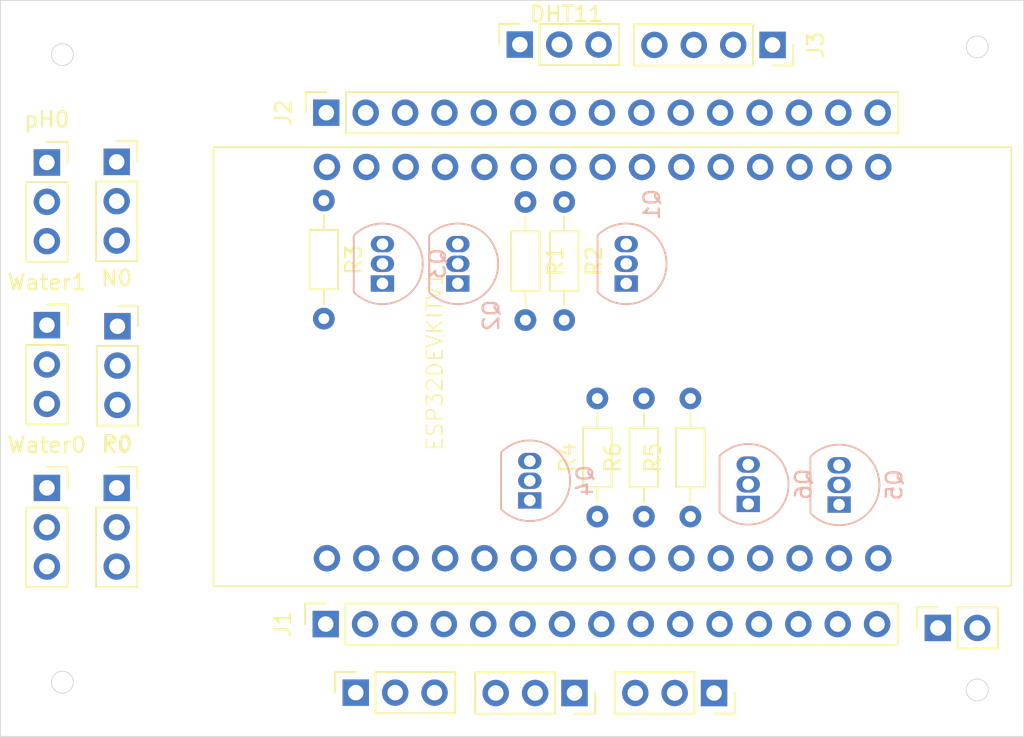
<source format=kicad_pcb>
(kicad_pcb (version 20240108) (generator "pcbnew") (generator_version "8.0")
  (layers (0 "F.Cu" signal) (31 "B.Cu" signal) (34 "B.Paste" user) (35 "F.Paste" user) (36 "B.SilkS" user "B.Silkscreen") (37 "F.SilkS" user "F.Silkscreen") (38 "B.Mask" user) (39 "F.Mask" user) (44 "Edge.Cuts" user))
  (net 0 "")
  (net 1 "DHT")
  (net 2 "GND")
  (net 3 "3V")
  (net 4 "D_14")
  (net 5 "D_21")
  (net 6 "ESP_RELAY_pH")
  (net 7 "TX_0")
  (net 8 "RX_0")
  (net 9 "ESP_RELAY_P")
  (net 10 "D_13")
  (net 11 "EN_0")
  (net 12 "D_12")
  (net 13 "D_15")
  (net 14 "GAS")
  (net 15 "D_2")
  (net 16 "D_4")
  (net 17 "VN_0")
  (net 18 "D_33")
  (net 19 "RAIN")
  (net 20 "ESP_RELAY_K")
  (net 21 "SOIL")
  (net 22 "5V")
  (net 23 "ESP_RELAY_W1")
  (net 24 "D_22")
  (net 25 "VP_0")
  (net 26 "ESP_RELAY_N")
  (net 27 "RX2")
  (net 28 "ESP_RELAY_W0")
  (net 29 "TX2")
  (net 30 "Net-(K0-Pin_3)")
  (net 31 "Net-(N0-Pin_3)")
  (net 32 "Net-(P0-Pin_3)")
  (net 33 "Net-(Q4-E)")
  (net 34 "Net-(Q1-B)")
  (net 35 "Net-(Q2-B)")
  (net 36 "Net-(Q3-B)")
  (net 37 "Net-(Q4-B)")
  (net 38 "Net-(Q5-B)")
  (net 39 "Net-(Q5-E)")
  (net 40 "Net-(Q6-E)")
  (net 41 "Net-(Q6-B)")
  (footprint "Connector_PinSocket_2.54mm:PinSocket_1x15_P2.54mm_Vertical" (layer "F.Cu") (at 82.98 131.25 90)
    (property "Reference" "J1" (at 0 -2.77 270) (layer "F.SilkS"))
    (property "Value" "Conn_01x15_Pin" (hide yes))
    (fp_line (start 1.33 -1.33) (end 1.33 0) (stroke (width 0.12)) (layer "F.SilkS"))
    (fp_line (start 0 -1.33) (end 1.33 -1.33) (stroke (width 0.12)) (layer "F.SilkS"))
    (fp_line (start 1.33 1.27) (end 1.33 36.89) (stroke (width 0.12)) (layer "F.SilkS"))
    (fp_line (start -1.33 1.27) (end 1.33 1.27) (stroke (width 0.12)) (layer "F.SilkS"))
    (fp_line (start -1.33 1.27) (end -1.33 36.89) (stroke (width 0.12)) (layer "F.SilkS"))
    (fp_line (start -1.33 36.89) (end 1.33 36.89) (stroke (width 0.12)) (layer "F.SilkS"))
    (pad "1" thru_hole rect (at 0 0 90) (size 1.7 1.7) (drill 1) (layers "*.Cu" "*.Mask") (net 11 "EN_0"))
    (pad "2" thru_hole oval (at 0 2.54 90) (size 1.7 1.7) (drill 1) (layers "*.Cu" "*.Mask") (net 25 "VP_0"))
    (pad "3" thru_hole oval (at 0 5.08 90) (size 1.7 1.7) (drill 1) (layers "*.Cu" "*.Mask") (net 17 "VN_0"))
    (pad "4" thru_hole oval (at 0 7.62 90) (size 1.7 1.7) (drill 1) (layers "*.Cu" "*.Mask") (net 21 "SOIL"))
    (pad "5" thru_hole oval (at 0 10.16 90) (size 1.7 1.7) (drill 1) (layers "*.Cu" "*.Mask") (net 14 "GAS"))
    (pad "6" thru_hole oval (at 0 12.7 90) (size 1.7 1.7) (drill 1) (layers "*.Cu" "*.Mask") (net 19 "RAIN"))
    (pad "7" thru_hole oval (at 0 15.24 90) (size 1.7 1.7) (drill 1) (layers "*.Cu" "*.Mask") (net 18 "D_33"))
    (pad "8" thru_hole oval (at 0 17.78 90) (size 1.7 1.7) (drill 1) (layers "*.Cu" "*.Mask") (net 6 "ESP_RELAY_pH"))
    (pad "9" thru_hole oval (at 0 20.32 90) (size 1.7 1.7) (drill 1) (layers "*.Cu" "*.Mask") (net 28 "ESP_RELAY_W0"))
    (pad "10" thru_hole oval (at 0 22.86 90) (size 1.7 1.7) (drill 1) (layers "*.Cu" "*.Mask") (net 23 "ESP_RELAY_W1"))
    (pad "11" thru_hole oval (at 0 25.4 90) (size 1.7 1.7) (drill 1) (layers "*.Cu" "*.Mask") (net 4 "D_14"))
    (pad "12" thru_hole oval (at 0 27.94 90) (size 1.7 1.7) (drill 1) (layers "*.Cu" "*.Mask") (net 12 "D_12"))
    (pad "13" thru_hole oval (at 0 30.48 90) (size 1.7 1.7) (drill 1) (layers "*.Cu" "*.Mask") (net 10 "D_13"))
    (pad "14" thru_hole oval (at 0 33.02 90) (size 1.7 1.7) (drill 1) (layers "*.Cu" "*.Mask") (net 2 "GND"))
    (pad "15" thru_hole oval (at 0 35.56 90) (size 1.7 1.7) (drill 1) (layers "*.Cu" "*.Mask") (net 22 "5V"))
  )
  (footprint "Resistor_THT:R_Axial_DIN0204_L3.6mm_D1.6mm_P7.62mm_Horizontal" (layer "F.Cu") (at 82.86 103.92 -90)
    (property "Reference" "R3" (at 3.81 -1.92 -90) (layer "F.SilkS"))
    (property "Value" "1K")
    (fp_line (start 1.89 0.92) (end 5.73 0.92) (stroke (width 0.12)) (layer "F.SilkS"))
    (fp_line (start 5.73 0.92) (end 5.73 -0.92) (stroke (width 0.12)) (layer "F.SilkS"))
    (fp_line (start 0.94 0) (end 1.89 0) (stroke (width 0.12)) (layer "F.SilkS"))
    (fp_line (start 6.68 0) (end 5.73 0) (stroke (width 0.12)) (layer "F.SilkS"))
    (fp_line (start 1.89 -0.92) (end 1.89 0.92) (stroke (width 0.12)) (layer "F.SilkS"))
    (fp_line (start 5.73 -0.92) (end 1.89 -0.92) (stroke (width 0.12)) (layer "F.SilkS"))
    (pad "1" thru_hole circle (at 0 0 270) (size 1.4 1.4) (drill 0.7) (layers "*.Cu" "*.Mask") (net 20 "ESP_RELAY_K"))
    (pad "2" thru_hole oval (at 7.62 0 270) (size 1.4 1.4) (drill 0.7) (layers "*.Cu" "*.Mask") (net 36 "Net-(Q3-B)"))
  )
  (footprint "Connector_PinSocket_2.54mm:PinSocket_1x03_P2.54mm_Vertical" (layer "F.Cu") (at 108.025 135.7 -90)
    (property "Reference" "RAIN0" (hide yes))
    (property "Value" "Conn_01x03_Pin" (hide yes))
    (fp_line (start -1.33 6.41) (end 1.33 6.41) (stroke (width 0.12)) (layer "F.SilkS"))
    (fp_line (start -1.33 1.27) (end -1.33 6.41) (stroke (width 0.12)) (layer "F.SilkS"))
    (fp_line (start -1.33 1.27) (end 1.33 1.27) (stroke (width 0.12)) (layer "F.SilkS"))
    (fp_line (start 1.33 1.27) (end 1.33 6.41) (stroke (width 0.12)) (layer "F.SilkS"))
    (fp_line (start 0 -1.33) (end 1.33 -1.33) (stroke (width 0.12)) (layer "F.SilkS"))
    (fp_line (start 1.33 -1.33) (end 1.33 0) (stroke (width 0.12)) (layer "F.SilkS"))
    (pad "1" thru_hole rect (at 0 0 270) (size 1.7 1.7) (drill 1) (layers "*.Cu" "*.Mask") (net 3 "3V"))
    (pad "2" thru_hole oval (at 0 2.54 270) (size 1.7 1.7) (drill 1) (layers "*.Cu" "*.Mask") (net 2 "GND"))
    (pad "3" thru_hole oval (at 0 5.08 270) (size 1.7 1.7) (drill 1) (layers "*.Cu" "*.Mask") (net 19 "RAIN"))
  )
  (footprint "Resistor_THT:R_Axial_DIN0204_L3.6mm_D1.6mm_P7.62mm_Horizontal" (layer "F.Cu") (at 103.5 124.31 90)
    (property "Reference" "R6" (at 3.81 -2 270) (layer "F.SilkS"))
    (property "Value" "1K")
    (fp_line (start 5.73 -0.92) (end 1.89 -0.92) (stroke (width 0.12)) (layer "F.SilkS"))
    (fp_line (start 1.89 -0.92) (end 1.89 0.92) (stroke (width 0.12)) (layer "F.SilkS"))
    (fp_line (start 6.68 0) (end 5.73 0) (stroke (width 0.12)) (layer "F.SilkS"))
    (fp_line (start 0.94 0) (end 1.89 0) (stroke (width 0.12)) (layer "F.SilkS"))
    (fp_line (start 5.73 0.92) (end 5.73 -0.92) (stroke (width 0.12)) (layer "F.SilkS"))
    (fp_line (start 1.89 0.92) (end 5.73 0.92) (stroke (width 0.12)) (layer "F.SilkS"))
    (pad "1" thru_hole circle (at 0 0 90) (size 1.4 1.4) (drill 0.7) (layers "*.Cu" "*.Mask") (net 28 "ESP_RELAY_W0"))
    (pad "2" thru_hole oval (at 7.62 0 90) (size 1.4 1.4) (drill 0.7) (layers "*.Cu" "*.Mask") (net 41 "Net-(Q6-B)"))
  )
  (footprint "Connector_PinSocket_2.54mm:PinSocket_1x15_P2.54mm_Vertical" (layer "F.Cu") (at 83.02 98.25 90)
    (property "Reference" "J2" (at 0 -2.77 270) (layer "F.SilkS"))
    (property "Value" "Conn_01x15_Pin" (hide yes))
    (fp_line (start 1.33 -1.33) (end 1.33 0) (stroke (width 0.12)) (layer "F.SilkS"))
    (fp_line (start 0 -1.33) (end 1.33 -1.33) (stroke (width 0.12)) (layer "F.SilkS"))
    (fp_line (start 1.33 1.27) (end 1.33 36.89) (stroke (width 0.12)) (layer "F.SilkS"))
    (fp_line (start -1.33 1.27) (end 1.33 1.27) (stroke (width 0.12)) (layer "F.SilkS"))
    (fp_line (start -1.33 1.27) (end -1.33 36.89) (stroke (width 0.12)) (layer "F.SilkS"))
    (fp_line (start -1.33 36.89) (end 1.33 36.89) (stroke (width 0.12)) (layer "F.SilkS"))
    (pad "1" thru_hole rect (at 0 0 90) (size 1.7 1.7) (drill 1) (layers "*.Cu" "*.Mask") (net 20 "ESP_RELAY_K"))
    (pad "2" thru_hole oval (at 0 2.54 90) (size 1.7 1.7) (drill 1) (layers "*.Cu" "*.Mask") (net 24 "D_22"))
    (pad "3" thru_hole oval (at 0 5.08 90) (size 1.7 1.7) (drill 1) (layers "*.Cu" "*.Mask") (net 7 "TX_0"))
    (pad "4" thru_hole oval (at 0 7.62 90) (size 1.7 1.7) (drill 1) (layers "*.Cu" "*.Mask") (net 8 "RX_0"))
    (pad "5" thru_hole oval (at 0 10.16 90) (size 1.7 1.7) (drill 1) (layers "*.Cu" "*.Mask") (net 5 "D_21"))
    (pad "6" thru_hole oval (at 0 12.7 90) (size 1.7 1.7) (drill 1) (layers "*.Cu" "*.Mask") (net 9 "ESP_RELAY_P"))
    (pad "7" thru_hole oval (at 0 15.24 90) (size 1.7 1.7) (drill 1) (layers "*.Cu" "*.Mask") (net 26 "ESP_RELAY_N"))
    (pad "8" thru_hole oval (at 0 17.78 90) (size 1.7 1.7) (drill 1) (layers "*.Cu" "*.Mask") (net 1 "DHT"))
    (pad "9" thru_hole oval (at 0 20.32 90) (size 1.7 1.7) (drill 1) (layers "*.Cu" "*.Mask") (net 29 "TX2"))
    (pad "10" thru_hole oval (at 0 22.86 90) (size 1.7 1.7) (drill 1) (layers "*.Cu" "*.Mask") (net 27 "RX2"))
    (pad "11" thru_hole oval (at 0 25.4 90) (size 1.7 1.7) (drill 1) (layers "*.Cu" "*.Mask") (net 16 "D_4"))
    (pad "12" thru_hole oval (at 0 27.94 90) (size 1.7 1.7) (drill 1) (layers "*.Cu" "*.Mask") (net 15 "D_2"))
    (pad "13" thru_hole oval (at 0 30.48 90) (size 1.7 1.7) (drill 1) (layers "*.Cu" "*.Mask") (net 13 "D_15"))
    (pad "14" thru_hole oval (at 0 33.02 90) (size 1.7 1.7) (drill 1) (layers "*.Cu" "*.Mask") (net 2 "GND"))
    (pad "15" thru_hole oval (at 0 35.56 90) (size 1.7 1.7) (drill 1) (layers "*.Cu" "*.Mask") (net 3 "3V"))
  )
  (footprint "Connector_PinSocket_2.54mm:PinSocket_1x03_P2.54mm_Vertical" (layer "F.Cu") (at 69.55 112.03)
    (property "Reference" "P0" (at 0 7.58 360) (layer "F.SilkS"))
    (property "Value" "Conn_01x03_Pin" (hide yes))
    (fp_line (start -1.33 1.27) (end -1.33 6.41) (stroke (width 0.12)) (layer "F.SilkS"))
    (fp_line (start -1.33 1.27) (end 1.33 1.27) (stroke (width 0.12)) (layer "F.SilkS"))
    (fp_line (start -1.33 6.41) (end 1.33 6.41) (stroke (width 0.12)) (layer "F.SilkS"))
    (fp_line (start 0 -1.33) (end 1.33 -1.33) (stroke (width 0.12)) (layer "F.SilkS"))
    (fp_line (start 1.33 -1.33) (end 1.33 0) (stroke (width 0.12)) (layer "F.SilkS"))
    (fp_line (start 1.33 1.27) (end 1.33 6.41) (stroke (width 0.12)) (layer "F.SilkS"))
    (pad "1" thru_hole rect (at 0 0) (size 1.7 1.7) (drill 1) (layers "*.Cu" "*.Mask") (net 22 "5V"))
    (pad "2" thru_hole oval (at 0 2.54) (size 1.7 1.7) (drill 1) (layers "*.Cu" "*.Mask") (net 2 "GND"))
    (pad "3" thru_hole oval (at 0 5.08) (size 1.7 1.7) (drill 1) (layers "*.Cu" "*.Mask") (net 32 "Net-(P0-Pin_3)"))
  )
  (footprint "Connector_PinSocket_2.54mm:PinSocket_1x02_P2.54mm_Vertical" (layer "F.Cu") (at 122.46 131.5 90)
    (property "Reference" "PowerIN_1" (hide yes))
    (property "Value" "Battery")
    (fp_line (start 1.33 -1.33) (end 1.33 0) (stroke (width 0.12)) (layer "F.SilkS"))
    (fp_line (start 0 -1.33) (end 1.33 -1.33) (stroke (width 0.12)) (layer "F.SilkS"))
    (fp_line (start 1.33 1.27) (end 1.33 3.87) (stroke (width 0.12)) (layer "F.SilkS"))
    (fp_line (start -1.33 1.27) (end 1.33 1.27) (stroke (width 0.12)) (layer "F.SilkS"))
    (fp_line (start -1.33 1.27) (end -1.33 3.87) (stroke (width 0.12)) (layer "F.SilkS"))
    (fp_line (start -1.33 3.87) (end 1.33 3.87) (stroke (width 0.12)) (layer "F.SilkS"))
    (pad "1" thru_hole rect (at 0 0 90) (size 1.7 1.7) (drill 1) (layers "*.Cu" "*.Mask") (net 22 "5V"))
    (pad "2" thru_hole oval (at 0 2.54 90) (size 1.7 1.7) (drill 1) (layers "*.Cu" "*.Mask") (net 2 "GND"))
  )
  (footprint "Resistor_THT:R_Axial_DIN0204_L3.6mm_D1.6mm_P7.62mm_Horizontal" (layer "F.Cu") (at 98.36 104.01 -90)
    (property "Reference" "R2" (at 3.81 -1.92 -90) (layer "F.SilkS"))
    (property "Value" "1K")
    (fp_line (start 1.89 0.92) (end 5.73 0.92) (stroke (width 0.12)) (layer "F.SilkS"))
    (fp_line (start 5.73 0.92) (end 5.73 -0.92) (stroke (width 0.12)) (layer "F.SilkS"))
    (fp_line (start 0.94 0) (end 1.89 0) (stroke (width 0.12)) (layer "F.SilkS"))
    (fp_line (start 6.68 0) (end 5.73 0) (stroke (width 0.12)) (layer "F.SilkS"))
    (fp_line (start 1.89 -0.92) (end 1.89 0.92) (stroke (width 0.12)) (layer "F.SilkS"))
    (fp_line (start 5.73 -0.92) (end 1.89 -0.92) (stroke (width 0.12)) (layer "F.SilkS"))
    (pad "1" thru_hole circle (at 0 0 270) (size 1.4 1.4) (drill 0.7) (layers "*.Cu" "*.Mask") (net 26 "ESP_RELAY_N"))
    (pad "2" thru_hole oval (at 7.62 0 270) (size 1.4 1.4) (drill 0.7) (layers "*.Cu" "*.Mask") (net 34 "Net-(Q1-B)"))
  )
  (footprint "Connector_PinSocket_2.54mm:PinSocket_1x03_P2.54mm_Vertical" (layer "F.Cu") (at 65 101.46)
    (property "Reference" "pH0" (at 0 -2.77 360) (layer "F.SilkS"))
    (property "Value" "Conn_01x03_Pin" (hide yes))
    (fp_line (start -1.33 1.27) (end -1.33 6.41) (stroke (width 0.12)) (layer "F.SilkS"))
    (fp_line (start -1.33 1.27) (end 1.33 1.27) (stroke (width 0.12)) (layer "F.SilkS"))
    (fp_line (start -1.33 6.41) (end 1.33 6.41) (stroke (width 0.12)) (layer "F.SilkS"))
    (fp_line (start 0 -1.33) (end 1.33 -1.33) (stroke (width 0.12)) (layer "F.SilkS"))
    (fp_line (start 1.33 -1.33) (end 1.33 0) (stroke (width 0.12)) (layer "F.SilkS"))
    (fp_line (start 1.33 1.27) (end 1.33 6.41) (stroke (width 0.12)) (layer "F.SilkS"))
    (pad "1" thru_hole rect (at 0 0) (size 1.7 1.7) (drill 1) (layers "*.Cu" "*.Mask") (net 22 "5V"))
    (pad "2" thru_hole oval (at 0 2.54) (size 1.7 1.7) (drill 1) (layers "*.Cu" "*.Mask") (net 2 "GND"))
    (pad "3" thru_hole oval (at 0 5.08) (size 1.7 1.7) (drill 1) (layers "*.Cu" "*.Mask") (net 33 "Net-(Q4-E)"))
  )
  (footprint "New folder:ESP32DEVIKITV1" (layer "F.Cu") (at 83.06 127)
    (property "Reference" "ESP32DEVKITV1" (at 6.96 -12.7 90) (layer "F.SilkS") (effects (font (thickness 0.1))))
    (property "Value" "~")
    (fp_rect (start -7.32 -26.53) (end 44.13 1.8) (stroke (width 0.1)) (fill none) (layer "F.SilkS"))
    (pad "1" thru_hole circle (at 0 0) (size 1.7 1.7) (drill 1) (layers "*.Cu" "*.Mask") (net 11 "EN_0"))
    (pad "2" thru_hole circle (at 2.54 0) (size 1.7 1.7) (drill 1) (layers "*.Cu" "*.Mask") (net 25 "VP_0"))
    (pad "3" thru_hole circle (at 5.08 0) (size 1.7 1.7) (drill 1) (layers "*.Cu" "*.Mask") (net 17 "VN_0"))
    (pad "4" thru_hole circle (at 7.62 0) (size 1.7 1.7) (drill 1) (layers "*.Cu" "*.Mask") (net 21 "SOIL"))
    (pad "5" thru_hole circle (at 10.16 0) (size 1.7 1.7) (drill 1) (layers "*.Cu" "*.Mask") (net 14 "GAS"))
    (pad "6" thru_hole circle (at 12.7 0) (size 1.7 1.7) (drill 1) (layers "*.Cu" "*.Mask") (net 19 "RAIN"))
    (pad "7" thru_hole circle (at 15.24 0) (size 1.7 1.7) (drill 1) (layers "*.Cu" "*.Mask") (net 18 "D_33"))
    (pad "8" thru_hole circle (at 17.78 0) (size 1.7 1.7) (drill 1) (layers "*.Cu" "*.Mask") (net 6 "ESP_RELAY_pH"))
    (pad "9" thru_hole circle (at 20.32 0) (size 1.7 1.7) (drill 1) (layers "*.Cu" "*.Mask") (net 28 "ESP_RELAY_W0"))
    (pad "10" thru_hole circle (at 22.86 0) (size 1.7 1.7) (drill 1) (layers "*.Cu" "*.Mask") (net 23 "ESP_RELAY_W1"))
    (pad "11" thru_hole circle (at 25.4 0) (size 1.7 1.7) (drill 1) (layers "*.Cu" "*.Mask") (net 4 "D_14"))
    (pad "12" thru_hole circle (at 27.94 0) (size 1.7 1.7) (drill 1) (layers "*.Cu" "*.Mask") (net 12 "D_12"))
    (pad "13" thru_hole circle (at 30.48 0) (size 1.7 1.7) (drill 1) (layers "*.Cu" "*.Mask") (net 10 "D_13"))
    (pad "14" thru_hole circle (at 33.02 0) (size 1.7 1.7) (drill 1) (layers "*.Cu" "*.Mask") (net 2 "GND"))
    (pad "15" thru_hole circle (at 35.56 0) (size 1.7 1.7) (drill 1) (layers "*.Cu" "*.Mask") (net 22 "5V"))
    (pad "16" thru_hole circle (at 35.56 -25.25) (size 1.7 1.7) (drill 1) (layers "*.Cu" "*.Mask") (net 3 "3V"))
    (pad "17" thru_hole circle (at 33.02 -25.25) (size 1.7 1.7) (drill 1) (layers "*.Cu" "*.Mask") (net 2 "GND"))
    (pad "18" thru_hole circle (at 30.48 -25.25) (size 1.7 1.7) (drill 1) (layers "*.Cu" "*.Mask") (net 13 "D_15"))
    (pad "19" thru_hole circle (at 27.94 -25.25) (size 1.7 1.7) (drill 1) (layers "*.Cu" "*.Mask") (net 15 "D_2"))
    (pad "20" thru_hole circle (at 25.4 -25.25) (size 1.7 1.7) (drill 1) (layers "*.Cu" "*.Mask") (net 16 "D_4"))
    (pad "21" thru_hole circle (at 22.86 -25.25) (size 1.7 1.7) (drill 1) (layers "*.Cu" "*.Mask") (net 27 "RX2"))
    (pad "22" thru_hole circle (at 20.32 -25.25) (size 1.7 1.7) (drill 1) (layers "*.Cu" "*.Mask") (net 29 "TX2"))
    (pad "23" thru_hole circle (at 17.78 -25.25) (size 1.7 1.7) (drill 1) (layers "*.Cu" "*.Mask") (net 1 "DHT"))
    (pad "24" thru_hole circle (at 15.24 -25.25) (size 1.7 1.7) (drill 1) (layers "*.Cu" "*.Mask") (net 26 "ESP_RELAY_N"))
    (pad "25" thru_hole circle (at 12.7 -25.25) (size 1.7 1.7) (drill 1) (layers "*.Cu" "*.Mask") (net 9 "ESP_RELAY_P"))
    (pad "26" thru_hole circle (at 10.16 -25.25) (size 1.7 1.7) (drill 1) (layers "*.Cu" "*.Mask") (net 5 "D_21"))
    (pad "27" thru_hole circle (at 7.62 -25.25) (size 1.7 1.7) (drill 1) (layers "*.Cu" "*.Mask") (net 8 "RX_0"))
    (pad "28" thru_hole circle (at 5.08 -25.25) (size 1.7 1.7) (drill 1) (layers "*.Cu" "*.Mask") (net 7 "TX_0"))
    (pad "29" thru_hole circle (at 2.54 -25.25) (size 1.7 1.7) (drill 1) (layers "*.Cu" "*.Mask") (net 24 "D_22"))
    (pad "30" thru_hole circle (at 0 -25.25) (size 1.7 1.7) (drill 1) (layers "*.Cu" "*.Mask") (net 20 "ESP_RELAY_K"))
  )
  (footprint "Resistor_THT:R_Axial_DIN0204_L3.6mm_D1.6mm_P7.62mm_Horizontal" (layer "F.Cu") (at 100.5 124.31 90)
    (property "Reference" "R4" (at 3.81 -1.92 270) (layer "F.SilkS"))
    (property "Value" "1K")
    (fp_line (start 5.73 -0.92) (end 1.89 -0.92) (stroke (width 0.12)) (layer "F.SilkS"))
    (fp_line (start 1.89 -0.92) (end 1.89 0.92) (stroke (width 0.12)) (layer "F.SilkS"))
    (fp_line (start 6.68 0) (end 5.73 0) (stroke (width 0.12)) (layer "F.SilkS"))
    (fp_line (start 0.94 0) (end 1.89 0) (stroke (width 0.12)) (layer "F.SilkS"))
    (fp_line (start 5.73 0.92) (end 5.73 -0.92) (stroke (width 0.12)) (layer "F.SilkS"))
    (fp_line (start 1.89 0.92) (end 5.73 0.92) (stroke (width 0.12)) (layer "F.SilkS"))
    (pad "1" thru_hole circle (at 0 0 90) (size 1.4 1.4) (drill 0.7) (layers "*.Cu" "*.Mask") (net 6 "ESP_RELAY_pH"))
    (pad "2" thru_hole oval (at 7.62 0 90) (size 1.4 1.4) (drill 0.7) (layers "*.Cu" "*.Mask") (net 37 "Net-(Q4-B)"))
  )
  (footprint "Connector_PinSocket_2.54mm:PinSocket_1x03_P2.54mm_Vertical" (layer "F.Cu") (at 95.5 93.85 90)
    (property "Reference" "DHT11" (at 1.975 3 360) (layer "F.SilkS"))
    (property "Value" "Conn_01x03_Pin" (hide yes))
    (fp_line (start 1.33 -1.33) (end 1.33 0) (stroke (width 0.12)) (layer "F.SilkS"))
    (fp_line (start 0 -1.33) (end 1.33 -1.33) (stroke (width 0.12)) (layer "F.SilkS"))
    (fp_line (start 1.33 1.27) (end 1.33 6.41) (stroke (width 0.12)) (layer "F.SilkS"))
    (fp_line (start -1.33 1.27) (end 1.33 1.27) (stroke (width 0.12)) (layer "F.SilkS"))
    (fp_line (start -1.33 1.27) (end -1.33 6.41) (stroke (width 0.12)) (layer "F.SilkS"))
    (fp_line (start -1.33 6.41) (end 1.33 6.41) (stroke (width 0.12)) (layer "F.SilkS"))
    (pad "1" thru_hole rect (at 0 0 90) (size 1.7 1.7) (drill 1) (layers "*.Cu" "*.Mask") (net 3 "3V"))
    (pad "2" thru_hole oval (at 0 2.54 90) (size 1.7 1.7) (drill 1) (layers "*.Cu" "*.Mask") (net 2 "GND"))
    (pad "3" thru_hole oval (at 0 5.08 90) (size 1.7 1.7) (drill 1) (layers "*.Cu" "*.Mask") (net 1 "DHT"))
  )
  (footprint "Connector_PinSocket_2.54mm:PinSocket_1x03_P2.54mm_Vertical" (layer "F.Cu") (at 69.5 122.46)
    (property "Reference" "K0" (at 0 -2.77 360) (layer "F.SilkS"))
    (property "Value" "Conn_01x03_Pin" (hide yes))
    (fp_line (start -1.33 1.27) (end -1.33 6.41) (stroke (width 0.12)) (layer "F.SilkS"))
    (fp_line (start -1.33 1.27) (end 1.33 1.27) (stroke (width 0.12)) (layer "F.SilkS"))
    (fp_line (start -1.33 6.41) (end 1.33 6.41) (stroke (width 0.12)) (layer "F.SilkS"))
    (fp_line (start 0 -1.33) (end 1.33 -1.33) (stroke (width 0.12)) (layer "F.SilkS"))
    (fp_line (start 1.33 -1.33) (end 1.33 0) (stroke (width 0.12)) (layer "F.SilkS"))
    (fp_line (start 1.33 1.27) (end 1.33 6.41) (stroke (width 0.12)) (layer "F.SilkS"))
    (pad "1" thru_hole rect (at 0 0) (size 1.7 1.7) (drill 1) (layers "*.Cu" "*.Mask") (net 22 "5V"))
    (pad "2" thru_hole oval (at 0 2.54) (size 1.7 1.7) (drill 1) (layers "*.Cu" "*.Mask") (net 2 "GND"))
    (pad "3" thru_hole oval (at 0 5.08) (size 1.7 1.7) (drill 1) (layers "*.Cu" "*.Mask") (net 30 "Net-(K0-Pin_3)"))
  )
  (footprint "Connector_PinSocket_2.54mm:PinSocket_1x03_P2.54mm_Vertical" (layer "F.Cu") (at 65 111.96)
    (property "Reference" "Water1" (at 0 -2.77 0) (layer "F.SilkS"))
    (property "Value" "Conn_01x03_Pin" (hide yes))
    (fp_line (start -1.33 1.27) (end -1.33 6.41) (stroke (width 0.12)) (layer "F.SilkS"))
    (fp_line (start -1.33 1.27) (end 1.33 1.27) (stroke (width 0.12)) (layer "F.SilkS"))
    (fp_line (start -1.33 6.41) (end 1.33 6.41) (stroke (width 0.12)) (layer "F.SilkS"))
    (fp_line (start 0 -1.33) (end 1.33 -1.33) (stroke (width 0.12)) (layer "F.SilkS"))
    (fp_line (start 1.33 -1.33) (end 1.33 0) (stroke (width 0.12)) (layer "F.SilkS"))
    (fp_line (start 1.33 1.27) (end 1.33 6.41) (stroke (width 0.12)) (layer "F.SilkS"))
    (pad "1" thru_hole rect (at 0 0) (size 1.7 1.7) (drill 1) (layers "*.Cu" "*.Mask") (net 22 "5V"))
    (pad "2" thru_hole oval (at 0 2.54) (size 1.7 1.7) (drill 1) (layers "*.Cu" "*.Mask") (net 2 "GND"))
    (pad "3" thru_hole oval (at 0 5.08) (size 1.7 1.7) (drill 1) (layers "*.Cu" "*.Mask") (net 39 "Net-(Q5-E)"))
  )
  (footprint "Connector_PinSocket_2.54mm:PinSocket_1x03_P2.54mm_Vertical" (layer "F.Cu") (at 69.5 101.42)
    (property "Reference" "N0" (at 0 7.5 360) (layer "F.SilkS"))
    (property "Value" "Conn_01x03_Pin" (hide yes))
    (fp_line (start -1.33 1.27) (end -1.33 6.41) (stroke (width 0.12)) (layer "F.SilkS"))
    (fp_line (start -1.33 1.27) (end 1.33 1.27) (stroke (width 0.12)) (layer "F.SilkS"))
    (fp_line (start -1.33 6.41) (end 1.33 6.41) (stroke (width 0.12)) (layer "F.SilkS"))
    (fp_line (start 0 -1.33) (end 1.33 -1.33) (stroke (width 0.12)) (layer "F.SilkS"))
    (fp_line (start 1.33 -1.33) (end 1.33 0) (stroke (width 0.12)) (layer "F.SilkS"))
    (fp_line (start 1.33 1.27) (end 1.33 6.41) (stroke (width 0.12)) (layer "F.SilkS"))
    (pad "1" thru_hole rect (at 0 0) (size 1.7 1.7) (drill 1) (layers "*.Cu" "*.Mask") (net 22 "5V"))
    (pad "2" thru_hole oval (at 0 2.54) (size 1.7 1.7) (drill 1) (layers "*.Cu" "*.Mask") (net 2 "GND"))
    (pad "3" thru_hole oval (at 0 5.08) (size 1.7 1.7) (drill 1) (layers "*.Cu" "*.Mask") (net 31 "Net-(N0-Pin_3)"))
  )
  (footprint "Resistor_THT:R_Axial_DIN0204_L3.6mm_D1.6mm_P7.62mm_Horizontal" (layer "F.Cu") (at 106.5 124.31 90)
    (property "Reference" "R5" (at 3.81 -2.42 270) (layer "F.SilkS"))
    (property "Value" "1K")
    (fp_line (start 5.73 -0.92) (end 1.89 -0.92) (stroke (width 0.12)) (layer "F.SilkS"))
    (fp_line (start 1.89 -0.92) (end 1.89 0.92) (stroke (width 0.12)) (layer "F.SilkS"))
    (fp_line (start 6.68 0) (end 5.73 0) (stroke (width 0.12)) (layer "F.SilkS"))
    (fp_line (start 0.94 0) (end 1.89 0) (stroke (width 0.12)) (layer "F.SilkS"))
    (fp_line (start 5.73 0.92) (end 5.73 -0.92) (stroke (width 0.12)) (layer "F.SilkS"))
    (fp_line (start 1.89 0.92) (end 5.73 0.92) (stroke (width 0.12)) (layer "F.SilkS"))
    (pad "1" thru_hole circle (at 0 0 90) (size 1.4 1.4) (drill 0.7) (layers "*.Cu" "*.Mask") (net 23 "ESP_RELAY_W1"))
    (pad "2" thru_hole oval (at 7.62 0 90) (size 1.4 1.4) (drill 0.7) (layers "*.Cu" "*.Mask") (net 38 "Net-(Q5-B)"))
  )
  (footprint "Connector_PinSocket_2.54mm:PinSocket_1x03_P2.54mm_Vertical" (layer "F.Cu") (at 84.92 135.675 90)
    (property "Reference" "SOIL0" (hide yes))
    (property "Value" "Conn_01x03_Pin" (hide yes))
    (fp_line (start 1.33 -1.33) (end 1.33 0) (stroke (width 0.12)) (layer "F.SilkS"))
    (fp_line (start 0 -1.33) (end 1.33 -1.33) (stroke (width 0.12)) (layer "F.SilkS"))
    (fp_line (start 1.33 1.27) (end 1.33 6.41) (stroke (width 0.12)) (layer "F.SilkS"))
    (fp_line (start -1.33 1.27) (end 1.33 1.27) (stroke (width 0.12)) (layer "F.SilkS"))
    (fp_line (start -1.33 1.27) (end -1.33 6.41) (stroke (width 0.12)) (layer "F.SilkS"))
    (fp_line (start -1.33 6.41) (end 1.33 6.41) (stroke (width 0.12)) (layer "F.SilkS"))
    (pad "1" thru_hole rect (at 0 0 90) (size 1.7 1.7) (drill 1) (layers "*.Cu" "*.Mask") (net 3 "3V"))
    (pad "2" thru_hole oval (at 0 2.54 90) (size 1.7 1.7) (drill 1) (layers "*.Cu" "*.Mask") (net 2 "GND"))
    (pad "3" thru_hole oval (at 0 5.08 90) (size 1.7 1.7) (drill 1) (layers "*.Cu" "*.Mask") (net 21 "SOIL"))
  )
  (footprint "Connector_PinSocket_2.54mm:PinSocket_1x03_P2.54mm_Vertical" (layer "F.Cu") (at 99.025 135.7 -90)
    (property "Reference" "GAS0" (hide yes))
    (property "Value" "Conn_01x03_Pin" (hide yes))
    (fp_line (start -1.33 6.41) (end 1.33 6.41) (stroke (width 0.12)) (layer "F.SilkS"))
    (fp_line (start -1.33 1.27) (end -1.33 6.41) (stroke (width 0.12)) (layer "F.SilkS"))
    (fp_line (start -1.33 1.27) (end 1.33 1.27) (stroke (width 0.12)) (layer "F.SilkS"))
    (fp_line (start 1.33 1.27) (end 1.33 6.41) (stroke (width 0.12)) (layer "F.SilkS"))
    (fp_line (start 0 -1.33) (end 1.33 -1.33) (stroke (width 0.12)) (layer "F.SilkS"))
    (fp_line (start 1.33 -1.33) (end 1.33 0) (stroke (width 0.12)) (layer "F.SilkS"))
    (pad "1" thru_hole rect (at 0 0 270) (size 1.7 1.7) (drill 1) (layers "*.Cu" "*.Mask") (net 3 "3V"))
    (pad "2" thru_hole oval (at 0 2.54 270) (size 1.7 1.7) (drill 1) (layers "*.Cu" "*.Mask") (net 2 "GND"))
    (pad "3" thru_hole oval (at 0 5.08 270) (size 1.7 1.7) (drill 1) (layers "*.Cu" "*.Mask") (net 14 "GAS"))
  )
  (footprint "Resistor_THT:R_Axial_DIN0204_L3.6mm_D1.6mm_P7.62mm_Horizontal" (layer "F.Cu") (at 95.86 104.01 -90)
    (property "Reference" "R1" (at 3.81 -1.92 -90) (layer "F.SilkS"))
    (property "Value" "1K")
    (fp_line (start 1.89 0.92) (end 5.73 0.92) (stroke (width 0.12)) (layer "F.SilkS"))
    (fp_line (start 5.73 0.92) (end 5.73 -0.92) (stroke (width 0.12)) (layer "F.SilkS"))
    (fp_line (start 0.94 0) (end 1.89 0) (stroke (width 0.12)) (layer "F.SilkS"))
    (fp_line (start 6.68 0) (end 5.73 0) (stroke (width 0.12)) (layer "F.SilkS"))
    (fp_line (start 1.89 -0.92) (end 1.89 0.92) (stroke (width 0.12)) (layer "F.SilkS"))
    (fp_line (start 5.73 -0.92) (end 1.89 -0.92) (stroke (width 0.12)) (layer "F.SilkS"))
    (pad "1" thru_hole circle (at 0 0 270) (size 1.4 1.4) (drill 0.7) (layers "*.Cu" "*.Mask") (net 9 "ESP_RELAY_P"))
    (pad "2" thru_hole oval (at 7.62 0 270) (size 1.4 1.4) (drill 0.7) (layers "*.Cu" "*.Mask") (net 35 "Net-(Q2-B)"))
  )
  (footprint "Connector_PinSocket_2.54mm:PinSocket_1x03_P2.54mm_Vertical" (layer "F.Cu") (at 65 122.46)
    (property "Reference" "Water0" (at 0 -2.77 0) (layer "F.SilkS"))
    (property "Value" "Conn_01x03_Pin" (hide yes))
    (fp_line (start -1.33 1.27) (end -1.33 6.41) (stroke (width 0.12)) (layer "F.SilkS"))
    (fp_line (start -1.33 1.27) (end 1.33 1.27) (stroke (width 0.12)) (layer "F.SilkS"))
    (fp_line (start -1.33 6.41) (end 1.33 6.41) (stroke (width 0.12)) (layer "F.SilkS"))
    (fp_line (start 0 -1.33) (end 1.33 -1.33) (stroke (width 0.12)) (layer "F.SilkS"))
    (fp_line (start 1.33 -1.33) (end 1.33 0) (stroke (width 0.12)) (layer "F.SilkS"))
    (fp_line (start 1.33 1.27) (end 1.33 6.41) (stroke (width 0.12)) (layer "F.SilkS"))
    (pad "1" thru_hole rect (at 0 0) (size 1.7 1.7) (drill 1) (layers "*.Cu" "*.Mask") (net 22 "5V"))
    (pad "2" thru_hole oval (at 0 2.54) (size 1.7 1.7) (drill 1) (layers "*.Cu" "*.Mask") (net 2 "GND"))
    (pad "3" thru_hole oval (at 0 5.08) (size 1.7 1.7) (drill 1) (layers "*.Cu" "*.Mask") (net 40 "Net-(Q6-E)"))
  )
  (footprint "Connector_PinSocket_2.54mm:PinSocket_1x04_P2.54mm_Vertical" (layer "F.Cu") (at 111.8 93.875 -90)
    (property "Reference" "J3" (at 0 -2.77 90) (layer "F.SilkS"))
    (property "Value" "Conn_01x04_Pin" (hide yes))
    (fp_line (start -1.33 8.95) (end 1.33 8.95) (stroke (width 0.12)) (layer "F.SilkS"))
    (fp_line (start -1.33 1.27) (end -1.33 8.95) (stroke (width 0.12)) (layer "F.SilkS"))
    (fp_line (start -1.33 1.27) (end 1.33 1.27) (stroke (width 0.12)) (layer "F.SilkS"))
    (fp_line (start 1.33 1.27) (end 1.33 8.95) (stroke (width 0.12)) (layer "F.SilkS"))
    (fp_line (start 0 -1.33) (end 1.33 -1.33) (stroke (width 0.12)) (layer "F.SilkS"))
    (fp_line (start 1.33 -1.33) (end 1.33 0) (stroke (width 0.12)) (layer "F.SilkS"))
    (pad "1" thru_hole rect (at 0 0 270) (size 1.7 1.7) (drill 1) (layers "*.Cu" "*.Mask") (net 22 "5V"))
    (pad "2" thru_hole oval (at 0 2.54 270) (size 1.7 1.7) (drill 1) (layers "*.Cu" "*.Mask") (net 2 "GND"))
    (pad "3" thru_hole oval (at 0 5.08 270) (size 1.7 1.7) (drill 1) (layers "*.Cu" "*.Mask") (net 27 "RX2"))
    (pad "4" thru_hole oval (at 0 7.62 270) (size 1.7 1.7) (drill 1) (layers "*.Cu" "*.Mask") (net 29 "TX2"))
  )
  (footprint "Package_TO_SOT_THT:TO-92_Inline" (layer "B.Cu") (at 96.14 123.27 90)
    (property "Reference" "Q4" (at 1.27 3.56 270) (layer "B.SilkS") (effects (justify mirror)))
    (property "Value" "BC547")
    (fp_line (start 3.07 -1.85) (end -0.53 -1.85) (stroke (width 0.12)) (layer "B.SilkS"))
    (fp_arc (start 3.108478 -1.838478) (mid 3.672087 0.994977) (end 1.27 2.6) (stroke (width 0.12)) (layer "B.SilkS"))
    (fp_arc (start 1.27 2.6) (mid -1.132087 0.994977) (end -0.568478 -1.838478) (stroke (width 0.12)) (layer "B.SilkS"))
    (pad "1" thru_hole rect (at 0 0 90) (size 1.05 1.5) (drill 0.75) (layers "*.Cu" "*.Mask") (net 22 "5V"))
    (pad "2" thru_hole oval (at 1.27 0 90) (size 1.05 1.5) (drill 0.75) (layers "*.Cu" "*.Mask") (net 37 "Net-(Q4-B)"))
    (pad "3" thru_hole oval (at 2.54 0 90) (size 1.05 1.5) (drill 0.75) (layers "*.Cu" "*.Mask") (net 33 "Net-(Q4-E)"))
  )
  (footprint "Package_TO_SOT_THT:TO-92_Inline" (layer "B.Cu") (at 91.5 109.27 90)
    (property "Reference" "Q2" (at -2.06 2.15 270) (layer "B.SilkS") (effects (justify mirror)))
    (property "Value" "BC547" (hide yes))
    (fp_line (start 3.07 -1.85) (end -0.53 -1.85) (stroke (width 0.12)) (layer "B.SilkS"))
    (fp_arc (start 3.108478 -1.838478) (mid 3.672087 0.994977) (end 1.27 2.6) (stroke (width 0.12)) (layer "B.SilkS"))
    (fp_arc (start 1.27 2.6) (mid -1.132087 0.994977) (end -0.568478 -1.838478) (stroke (width 0.12)) (layer "B.SilkS"))
    (pad "1" thru_hole rect (at 0 0 90) (size 1.05 1.5) (drill 0.75) (layers "*.Cu" "*.Mask") (net 22 "5V"))
    (pad "2" thru_hole oval (at 1.27 0 90) (size 1.05 1.5) (drill 0.75) (layers "*.Cu" "*.Mask") (net 35 "Net-(Q2-B)"))
    (pad "3" thru_hole oval (at 2.54 0 90) (size 1.05 1.5) (drill 0.75) (layers "*.Cu" "*.Mask") (net 32 "Net-(P0-Pin_3)"))
  )
  (footprint "Package_TO_SOT_THT:TO-92_Inline" (layer "B.Cu") (at 86.64 109.27 90)
    (property "Reference" "Q3" (at 1.27 3.56 270) (layer "B.SilkS") (effects (justify mirror)))
    (property "Value" "BC547" (hide yes))
    (fp_line (start 3.07 -1.85) (end -0.53 -1.85) (stroke (width 0.12)) (layer "B.SilkS"))
    (fp_arc (start 3.108478 -1.838478) (mid 3.672087 0.994977) (end 1.27 2.6) (stroke (width 0.12)) (layer "B.SilkS"))
    (fp_arc (start 1.27 2.6) (mid -1.132087 0.994977) (end -0.568478 -1.838478) (stroke (width 0.12)) (layer "B.SilkS"))
    (pad "1" thru_hole rect (at 0 0 90) (size 1.05 1.5) (drill 0.75) (layers "*.Cu" "*.Mask") (net 22 "5V"))
    (pad "2" thru_hole oval (at 1.27 0 90) (size 1.05 1.5) (drill 0.75) (layers "*.Cu" "*.Mask") (net 36 "Net-(Q3-B)"))
    (pad "3" thru_hole oval (at 2.54 0 90) (size 1.05 1.5) (drill 0.75) (layers "*.Cu" "*.Mask") (net 30 "Net-(K0-Pin_3)"))
  )
  (footprint "Package_TO_SOT_THT:TO-92_Inline" (layer "B.Cu") (at 102.36 109.27 90)
    (property "Reference" "Q1" (at 5.085 1.65 270) (layer "B.SilkS") (effects (justify mirror)))
    (property "Value" "BC547" (hide yes))
    (fp_line (start 3.07 -1.85) (end -0.53 -1.85) (stroke (width 0.12)) (layer "B.SilkS"))
    (fp_arc (start 3.108478 -1.838478) (mid 3.672087 0.994977) (end 1.27 2.6) (stroke (width 0.12)) (layer "B.SilkS"))
    (fp_arc (start 1.27 2.6) (mid -1.132087 0.994977) (end -0.568478 -1.838478) (stroke (width 0.12)) (layer "B.SilkS"))
    (pad "1" thru_hole rect (at 0 0 90) (size 1.05 1.5) (drill 0.75) (layers "*.Cu" "*.Mask") (net 22 "5V"))
    (pad "2" thru_hole oval (at 1.27 0 90) (size 1.05 1.5) (drill 0.75) (layers "*.Cu" "*.Mask") (net 34 "Net-(Q1-B)"))
    (pad "3" thru_hole oval (at 2.54 0 90) (size 1.05 1.5) (drill 0.75) (layers "*.Cu" "*.Mask") (net 31 "Net-(N0-Pin_3)"))
  )
  (footprint "Package_TO_SOT_THT:TO-92_Inline" (layer "B.Cu") (at 116.09 123.54 90)
    (property "Reference" "Q5" (at 1.27 3.56 270) (layer "B.SilkS") (effects (justify mirror)))
    (property "Value" "BC547")
    (fp_line (start 3.07 -1.85) (end -0.53 -1.85) (stroke (width 0.12)) (layer "B.SilkS"))
    (fp_arc (start 3.108478 -1.838478) (mid 3.672087 0.994977) (end 1.27 2.6) (stroke (width 0.12)) (layer "B.SilkS"))
    (fp_arc (start 1.27 2.6) (mid -1.132087 0.994977) (end -0.568478 -1.838478) (stroke (width 0.12)) (layer "B.SilkS"))
    (pad "1" thru_hole rect (at 0 0 90) (size 1.05 1.5) (drill 0.75) (layers "*.Cu" "*.Mask") (net 22 "5V"))
    (pad "2" thru_hole oval (at 1.27 0 90) (size 1.05 1.5) (drill 0.75) (layers "*.Cu" "*.Mask") (net 38 "Net-(Q5-B)"))
    (pad "3" thru_hole oval (at 2.54 0 90) (size 1.05 1.5) (drill 0.75) (layers "*.Cu" "*.Mask") (net 39 "Net-(Q5-E)"))
  )
  (footprint "Package_TO_SOT_THT:TO-92_Inline" (layer "B.Cu") (at 110.23 123.5 90)
    (property "Reference" "Q6" (at 1.27 3.56 270) (layer "B.SilkS") (effects (justify mirror)))
    (property "Value" "BC547")
    (fp_line (start 3.07 -1.85) (end -0.53 -1.85) (stroke (width 0.12)) (layer "B.SilkS"))
    (fp_arc (start 3.108478 -1.838478) (mid 3.672087 0.994977) (end 1.27 2.6) (stroke (width 0.12)) (layer "B.SilkS"))
    (fp_arc (start 1.27 2.6) (mid -1.132087 0.994977) (end -0.568478 -1.838478) (stroke (width 0.12)) (layer "B.SilkS"))
    (pad "1" thru_hole rect (at 0 0 90) (size 1.05 1.5) (drill 0.75) (layers "*.Cu" "*.Mask") (net 22 "5V"))
    (pad "2" thru_hole oval (at 1.27 0 90) (size 1.05 1.5) (drill 0.75) (layers "*.Cu" "*.Mask") (net 41 "Net-(Q6-B)"))
    (pad "3" thru_hole oval (at 2.54 0 90) (size 1.05 1.5) (drill 0.75) (layers "*.Cu" "*.Mask") (net 40 "Net-(Q6-E)"))
  )
  (gr_circle (center 66 94.5) (end 65.5 94) (stroke (width 0.05)) (fill none) (layer "Edge.Cuts"))
  (gr_circle (center 125 94) (end 124.5 93.5) (stroke (width 0.05)) (fill none) (layer "Edge.Cuts"))
  (gr_circle (center 125 135.5) (end 124.5 135) (stroke (width 0.05)) (fill none) (layer "Edge.Cuts"))
  (gr_rect (start 62 91) (end 128 138.5) (stroke (width 0.05)) (fill none) (layer "Edge.Cuts"))
  (gr_circle (center 66 135) (end 65.5 134.5) (stroke (width 0.05)) (fill none) (layer "Edge.Cuts"))
)
</source>
